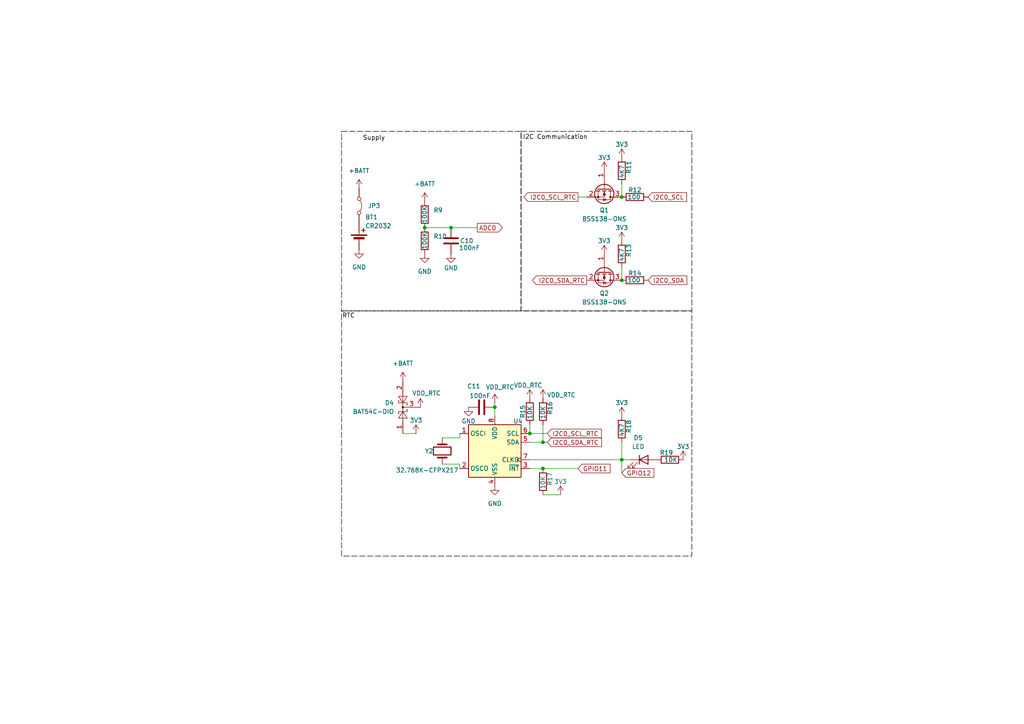
<source format=kicad_sch>
(kicad_sch (version 20250114) (generator "eeschema") (generator_version "9.0")
  (paper "A4")
  (title_block (title "RTC") (date "2025-10-26") (rev "1.0") (company "PKl"))
  (lib_symbols
    (symbol "Device:Battery_Cell" (pin_numbers (hide yes)) (pin_names (offset 0) (hide yes))
      (property "Reference" "BT" (at 2.54 2.54 0))
      (property "Value" "Battery_Cell" (at 2.54 0 0))
      (symbol "Battery_Cell_0_1"
        (rectangle (start -2.286 1.778) (end 2.286 1.524) (fill (type outline)))
        (rectangle (start -1.524 1.016) (end 1.524 0.508) (fill (type outline)))
        (polyline (pts (xy 0 1.778) (xy 0 2.54)))
        (polyline (pts (xy 0 0.762) (xy 0 0)))
        (polyline (pts (xy 0.762 3.048) (xy 1.778 3.048)) (stroke (width 0.254)))
        (polyline (pts (xy 1.27 3.556) (xy 1.27 2.54)) (stroke (width 0.254)))
      )
      (symbol "Battery_Cell_1_1"
        (pin passive line (at 0 5.08 270) (length 2.54) (name "+") (number "1"))
        (pin passive line (at 0 -2.54 90) (length 2.54) (name "-") (number "2"))
      )
    )
    (symbol "Device:C" (pin_numbers (hide yes)) (pin_names (offset 0.254))
      (property "Reference" "C" (at 0.635 2.54 0))
      (property "Value" "C" (at 0.635 -2.54 0))
      (symbol "C_0_1"
        (polyline (pts (xy -2.032 0.762) (xy 2.032 0.762)) (stroke (width 0.508)))
        (polyline (pts (xy -2.032 -0.762) (xy 2.032 -0.762)) (stroke (width 0.508)))
      )
      (symbol "C_1_1"
        (pin passive line (at 0 3.81 270) (length 2.794) (name "~") (number "1"))
        (pin passive line (at 0 -3.81 90) (length 2.794) (name "~") (number "2"))
      )
    )
    (symbol "Device:Crystal" (pin_numbers (hide yes)) (pin_names (offset 1.016) (hide yes))
      (property "Reference" "Y" (at 0 3.81 0))
      (property "Value" "Crystal" (at 0 -3.81 0))
      (symbol "Crystal_0_1"
        (polyline (pts (xy -2.54 0) (xy -1.905 0)))
        (polyline (pts (xy -1.905 -1.27) (xy -1.905 1.27)) (stroke (width 0.508)))
        (rectangle (start -1.143 2.54) (end 1.143 -2.54) (stroke (width 0.3048)))
        (polyline (pts (xy 1.905 -1.27) (xy 1.905 1.27)) (stroke (width 0.508)))
        (polyline (pts (xy 2.54 0) (xy 1.905 0)))
      )
      (symbol "Crystal_1_1"
        (pin passive line (at -3.81 0 0) (length 1.27) (name "1") (number "1"))
        (pin passive line (at 3.81 0 180) (length 1.27) (name "2") (number "2"))
      )
    )
    (symbol "Device:LED" (pin_numbers (hide yes)) (pin_names (offset 1.016) (hide yes))
      (property "Reference" "D" (at 0 2.54 0))
      (property "Value" "LED" (at 0 -2.54 0))
      (symbol "LED_0_1"
        (polyline (pts (xy -3.048 -0.762) (xy -4.572 -2.286) (xy -3.81 -2.286) (xy -4.572 -2.286) (xy -4.572 -1.524)))
        (polyline (pts (xy -1.778 -0.762) (xy -3.302 -2.286) (xy -2.54 -2.286) (xy -3.302 -2.286) (xy -3.302 -1.524)))
        (polyline (pts (xy -1.27 0) (xy 1.27 0)))
        (polyline (pts (xy -1.27 -1.27) (xy -1.27 1.27)) (stroke (width 0.254)))
        (polyline (pts (xy 1.27 -1.27) (xy 1.27 1.27) (xy -1.27 0) (xy 1.27 -1.27)) (stroke (width 0.254)))
      )
      (symbol "LED_1_1"
        (pin passive line (at -3.81 0 0) (length 2.54) (name "K") (number "1"))
        (pin passive line (at 3.81 0 180) (length 2.54) (name "A") (number "2"))
      )
    )
    (symbol "Device:R" (pin_numbers (hide yes)) (pin_names (offset 0))
      (property "Reference" "R" (at 2.032 0 90))
      (property "Value" "R" (at 0 0 90))
      (symbol "R_0_1"
        (rectangle (start -1.016 -2.54) (end 1.016 2.54) (stroke (width 0.254)))
      )
      (symbol "R_1_1"
        (pin passive line (at 0 3.81 270) (length 1.27) (name "~") (number "1"))
        (pin passive line (at 0 -3.81 90) (length 1.27) (name "~") (number "2"))
      )
    )
    (symbol "Diode:BAT54C" (pin_names (offset 1.016))
      (property "Reference" "D" (at 0.635 -3.81 0))
      (property "Value" "BAT54C" (at -6.35 3.175 0))
      (symbol "BAT54C_0_1"
        (polyline (pts (xy -3.175 -1.27) (xy -3.175 1.27) (xy -1.27 0) (xy -3.175 -1.27)))
        (polyline (pts (xy -1.905 1.27) (xy -1.905 1.016)))
        (polyline (pts (xy -1.905 0) (xy 1.905 0)))
        (polyline (pts (xy -1.27 1.27) (xy -1.905 1.27)))
        (polyline (pts (xy -1.27 1.27) (xy -1.27 -1.27)))
        (polyline (pts (xy -1.27 0) (xy -3.81 0)))
        (polyline (pts (xy -1.27 -1.27) (xy -0.635 -1.27)))
        (polyline (pts (xy -0.635 -1.27) (xy -0.635 -1.016)))
        (circle (center 0 0) (radius 0.254) (fill (type outline)))
        (polyline (pts (xy 0.635 -1.27) (xy 0.635 -1.016)))
        (polyline (pts (xy 1.27 1.27) (xy 1.27 -1.27)))
        (polyline (pts (xy 1.27 1.27) (xy 1.905 1.27)))
        (polyline (pts (xy 1.27 -1.27) (xy 0.635 -1.27)))
        (polyline (pts (xy 1.905 1.27) (xy 1.905 1.016)))
        (polyline (pts (xy 3.175 -1.27) (xy 3.175 1.27) (xy 1.27 0) (xy 3.175 -1.27)))
        (polyline (pts (xy 3.81 0) (xy 1.27 0)))
      )
      (symbol "BAT54C_1_1"
        (pin passive line (at -7.62 0 0) (length 3.81) (name "~") (number "1"))
        (pin passive line (at 0 -5.08 90) (length 5.08) (name "~") (number "3"))
        (pin passive line (at 7.62 0 180) (length 3.81) (name "~") (number "2"))
      )
    )
    (symbol "Jumper:Jumper_2_Bridged" (pin_numbers (hide yes)) (pin_names (offset 0) (hide yes))
      (property "Reference" "JP" (at 0 1.905 0))
      (property "Value" "Jumper_2_Bridged" (at 0 -2.54 0))
      (symbol "Jumper_2_Bridged_0_0"
        (circle (center -2.032 0) (radius 0.508))
        (circle (center 2.032 0) (radius 0.508))
      )
      (symbol "Jumper_2_Bridged_0_1"
        (arc (start -1.524 0.254) (mid 0 0.762) (end 1.524 0.254))
      )
      (symbol "Jumper_2_Bridged_1_1"
        (pin passive line (at -5.08 0 0) (length 2.54) (name "A") (number "1"))
        (pin passive line (at 5.08 0 180) (length 2.54) (name "B") (number "2"))
      )
    )
    (symbol "Timer_RTC:PCF8563T"
      (property "Reference" "U" (at -7.62 8.89 0))
      (property "Value" "PCF8563T" (at 2.54 8.89 0))
      (symbol "PCF8563T_0_1"
        (rectangle (start -7.62 7.62) (end 7.62 -7.62) (stroke (width 0.254)) (fill (type background)))
      )
      (symbol "PCF8563T_1_1"
        (pin input line (at -10.16 5.08 0) (length 2.54) (name "OSCI") (number "1"))
        (pin output line (at -10.16 -5.08 0) (length 2.54) (name "OSCO") (number "2"))
        (pin power_in line (at 0 10.16 270) (length 2.54) (name "VDD") (number "8"))
        (pin power_in line (at 0 -10.16 90) (length 2.54) (name "VSS") (number "4"))
        (pin input line (at 10.16 5.08 180) (length 2.54) (name "SCL") (number "6"))
        (pin bidirectional line (at 10.16 2.54 180) (length 2.54) (name "SDA") (number "5"))
        (pin output clock (at 10.16 -2.54 180) (length 2.54) (name "CLKO") (number "7"))
        (pin output line (at 10.16 -5.08 180) (length 2.54) (name "~{INT}") (number "3"))
      )
    )
    (symbol "Transistor_FET:BSS138" (pin_names (offset 0) (hide yes))
      (property "Reference" "Q" (at 5.08 1.905 0))
      (property "Value" "BSS138" (at 5.08 0 0))
      (symbol "BSS138_0_1"
        (polyline (pts (xy 0.254 1.905) (xy 0.254 -1.905)) (stroke (width 0.254)))
        (polyline (pts (xy 0.254 0) (xy -2.54 0)))
        (polyline (pts (xy 0.762 2.286) (xy 0.762 1.27)) (stroke (width 0.254)))
        (polyline (pts (xy 0.762 0.508) (xy 0.762 -0.508)) (stroke (width 0.254)))
        (polyline (pts (xy 0.762 -1.27) (xy 0.762 -2.286)) (stroke (width 0.254)))
        (polyline (pts (xy 0.762 -1.778) (xy 3.302 -1.778) (xy 3.302 1.778) (xy 0.762 1.778)))
        (polyline (pts (xy 1.016 0) (xy 2.032 0.381) (xy 2.032 -0.381) (xy 1.016 0)) (fill (type outline)))
        (circle (center 1.651 0) (radius 2.794) (stroke (width 0.254)))
        (polyline (pts (xy 2.54 2.54) (xy 2.54 1.778)))
        (circle (center 2.54 1.778) (radius 0.254) (fill (type outline)))
        (circle (center 2.54 -1.778) (radius 0.254) (fill (type outline)))
        (polyline (pts (xy 2.54 -2.54) (xy 2.54 0) (xy 0.762 0)))
        (polyline (pts (xy 2.921 0.381) (xy 3.683 0.381)))
        (polyline (pts (xy 3.302 0.381) (xy 2.921 -0.254) (xy 3.683 -0.254) (xy 3.302 0.381)))
      )
      (symbol "BSS138_1_1"
        (pin input line (at -5.08 0 0) (length 2.54) (name "G") (number "1"))
        (pin passive line (at 2.54 5.08 270) (length 2.54) (name "D") (number "3"))
        (pin passive line (at 2.54 -5.08 90) (length 2.54) (name "S") (number "2"))
      )
    )
    (symbol "power:+3.3V" (power) (pin_numbers (hide yes)) (pin_names (offset 0) (hide yes))
      (property "Value" "+3.3V" (at 0 3.556 0))
      (symbol "+3.3V_0_1"
        (polyline (pts (xy -0.762 1.27) (xy 0 2.54)))
        (polyline (pts (xy 0 2.54) (xy 0.762 1.27)))
        (polyline (pts (xy 0 0) (xy 0 2.54)))
      )
      (symbol "+3.3V_1_1"
        (pin power_in line (at 0 0 90) (length 0) (name "~") (number "1"))
      )
    )
    (symbol "power:+BATT" (power) (pin_numbers (hide yes)) (pin_names (offset 0) (hide yes))
      (property "Value" "+BATT" (at 0 3.556 0))
      (symbol "+BATT_0_1"
        (polyline (pts (xy -0.762 1.27) (xy 0 2.54)))
        (polyline (pts (xy 0 2.54) (xy 0.762 1.27)))
        (polyline (pts (xy 0 0) (xy 0 2.54)))
      )
      (symbol "+BATT_1_1"
        (pin power_in line (at 0 0 90) (length 0) (name "~") (number "1"))
      )
    )
    (symbol "power:GND" (power) (pin_numbers (hide yes)) (pin_names (offset 0) (hide yes))
      (property "Value" "GND" (at 0 -3.81 0))
      (symbol "GND_0_1"
        (polyline (pts (xy 0 0) (xy 0 -1.27) (xy 1.27 -1.27) (xy 0 -2.54) (xy -1.27 -1.27) (xy 0 -1.27)))
      )
      (symbol "GND_1_1"
        (pin power_in line (at 0 0 270) (length 0) (name "~") (number "1"))
      )
    )
  )
  (rectangle (start 151.13 38.1) (end 200.66 90.17) (stroke (width 0) (type dash) (color 0 0 0 1)))
  (rectangle (start 99.06 38.1) (end 151.13 90.17) (stroke (width 0) (type dash) (color 0 0 0 1)))
  (rectangle (start 99.06 90.17) (end 200.66 161.29) (stroke (width 0) (type dash) (color 0 0 0 1)))
  (text "I2C Communication" (at 161.036 39.878 0) (effects (font (size 1.27 1.27))))
  (text "Supply" (at 108.458 40.132 0) (effects (font (size 1.27 1.27))))
  (text "RTC" (at 101.092 91.694 0) (effects (font (size 1.27 1.27))))
  (junction (at 123.19 66.04))
  (junction (at 143.51 118.11))
  (junction (at 180.34 133.35))
  (junction (at 180.34 57.15))
  (junction (at 180.34 81.28))
  (junction (at 157.48 128.27))
  (junction (at 153.67 125.73))
  (junction (at 157.48 135.89))
  (junction (at 130.81 66.04))
  (wire (pts (xy 167.64 135.89) (xy 157.48 135.89)))
  (wire (pts (xy 116.84 125.73) (xy 120.65 125.73)))
  (wire (pts (xy 167.64 57.15) (xy 170.18 57.15)))
  (wire (pts (xy 153.67 125.73) (xy 158.75 125.73)))
  (wire (pts (xy 130.81 66.04) (xy 123.19 66.04)))
  (wire (pts (xy 157.48 123.19) (xy 157.48 128.27)))
  (wire (pts (xy 133.35 134.62) (xy 133.35 135.89)))
  (wire (pts (xy 153.67 123.19) (xy 153.67 125.73)))
  (wire (pts (xy 153.67 133.35) (xy 180.34 133.35)))
  (wire (pts (xy 157.48 128.27) (xy 158.75 128.27)))
  (wire (pts (xy 128.27 127) (xy 133.35 127)))
  (wire (pts (xy 180.34 137.16) (xy 180.34 133.35)))
  (wire (pts (xy 153.67 135.89) (xy 157.48 135.89)))
  (wire (pts (xy 130.81 66.04) (xy 138.43 66.04)))
  (wire (pts (xy 180.34 128.27) (xy 180.34 133.35)))
  (wire (pts (xy 180.34 53.34) (xy 180.34 57.15)))
  (wire (pts (xy 133.35 127) (xy 133.35 125.73)))
  (wire (pts (xy 157.48 143.51) (xy 162.56 143.51)))
  (wire (pts (xy 143.51 118.11) (xy 143.51 120.65)))
  (wire (pts (xy 128.27 134.62) (xy 133.35 134.62)))
  (wire (pts (xy 180.34 133.35) (xy 182.88 133.35)))
  (wire (pts (xy 153.67 128.27) (xy 157.48 128.27)))
  (wire (pts (xy 143.51 116.84) (xy 143.51 118.11)))
  (wire (pts (xy 180.34 77.47) (xy 180.34 81.28)))
  (global_label "I2C0_SDA_RTC" (shape output) (at 170.18 81.28 180) (property "Intersheetrefs" "${INTERSHEET_REFS}" (effects (hide yes))))
  (global_label "GPIO12" (shape input) (at 180.34 137.16 0) (property "Intersheetrefs" "${INTERSHEET_REFS}" (effects (hide yes))))
  (global_label "ADC0" (shape output) (at 138.43 66.04 0) (property "Intersheetrefs" "${INTERSHEET_REFS}" (effects (hide yes))))
  (global_label "I2C0_SCL" (shape input) (at 187.96 57.15 0) (property "Intersheetrefs" "${INTERSHEET_REFS}" (effects (hide yes))))
  (global_label "I2C0_SCL_RTC" (shape input) (at 158.75 125.73 0) (property "Intersheetrefs" "${INTERSHEET_REFS}" (effects (hide yes))))
  (global_label "GPIO11" (shape input) (at 167.64 135.89 0) (property "Intersheetrefs" "${INTERSHEET_REFS}" (effects (hide yes))))
  (global_label "I2C0_SCL_RTC" (shape output) (at 167.64 57.15 180) (property "Intersheetrefs" "${INTERSHEET_REFS}" (effects (hide yes))))
  (global_label "I2C0_SDA" (shape input) (at 187.96 81.28 0) (property "Intersheetrefs" "${INTERSHEET_REFS}" (effects (hide yes))))
  (global_label "I2C0_SDA_RTC" (shape input) (at 158.75 128.27 0) (property "Intersheetrefs" "${INTERSHEET_REFS}" (effects (hide yes))))
  (symbol (lib_id "power:GND") (at 135.89 118.11 0) (unit 1)
    (property "Reference" "#PWR024" (effects (hide yes)))
    (property "Value" "GND" (at 135.89 122.174 0))
    (property "Description" "Power symbol creates a global label with name \"GND\" , ground" (effects (hide yes)))
  )
  (symbol (lib_id "power:+BATT") (at 123.19 58.42 0) (unit 1)
    (property "Reference" "#+BATT01" (effects (hide yes)))
    (property "Value" "+BATT" (at 123.19 53.34 0))
    (property "Description" "Power symbol creates a global label with name \"+BATT\"" (effects (hide yes)))
  )
  (symbol (lib_id "Transistor_FET:BSS138") (at 175.26 78.74 270) (unit 1)
    (property "Reference" "Q2" (at 175.26 85.09 90))
    (property "Value" "BSS138-ONS" (at 175.26 87.63 90))
    (property "Footprint" "Package_TO_SOT_SMD:SOT-23" (effects (hide yes)))
    (property "Datasheet" "https://www.onsemi.com/pub/Collateral/BSS138-D.PDF" (effects (hide yes)))
    (property "Description" "50V Vds, 0.22A Id, N-Channel MOSFET, SOT-23" (effects (hide yes)))
  )
  (symbol (lib_id "Diode:BAT54C") (at 116.84 118.11 90) (unit 1)
    (property "Reference" "D4" (at 114.3 116.8399 90) (effects (justify left)))
    (property "Value" "BAT54C-DIO" (at 114.3 119.3799 90) (effects (justify left)))
    (property "Footprint" "Package_TO_SOT_SMD:SOT-23" (effects (hide yes)))
    (property "Datasheet" "http://www.diodes.com/_files/datasheets/ds11005.pdf" (effects (hide yes)))
    (property "Description" "dual schottky barrier diode, common cathode" (effects (hide yes)))
  )
  (symbol (lib_id "power:+3.3V") (at 162.56 143.51 0) (unit 1)
    (property "Reference" "#PWR023" (effects (hide yes)))
    (property "Value" "3V3" (at 162.56 139.7 0))
    (property "Description" "Power symbol creates a global label with name \"+3.3V\"" (effects (hide yes)))
  )
  (symbol (lib_id "power:+3.3V") (at 180.34 45.72 0) (unit 1)
    (property "Reference" "#PWR031" (effects (hide yes)))
    (property "Value" "3V3" (at 180.34 41.91 0))
    (property "Description" "Power symbol creates a global label with name \"+3.3V\"" (effects (hide yes)))
  )
  (symbol (lib_id "power:GND") (at 130.81 73.66 0) (unit 1)
    (property "Reference" "#PWR048" (effects (hide yes)))
    (property "Value" "GND" (at 130.81 77.724 0))
    (property "Description" "Power symbol creates a global label with name \"GND\" , ground" (effects (hide yes)))
  )
  (symbol (lib_id "Device:R") (at 180.34 73.66 0) (unit 1)
    (property "Reference" "R13" (at 182.372 72.644 90))
    (property "Value" "4K7" (at 180.34 73.914 90))
    (property "Footprint" "Resistor_SMD:R_0805_2012Metric" (effects (hide yes)))
    (property "Description" "Resistor" (effects (hide yes)))
  )
  (symbol (lib_id "Device:R") (at 157.48 139.7 0) (unit 1)
    (property "Reference" "R17" (at 159.512 138.938 90))
    (property "Value" "10K" (at 157.48 139.954 90))
    (property "Footprint" "Resistor_SMD:R_0805_2012Metric" (effects (hide yes)))
    (property "Description" "Resistor" (effects (hide yes)))
  )
  (symbol (lib_id "power:+3.3V") (at 175.26 73.66 0) (unit 1)
    (property "Reference" "#PWR026" (effects (hide yes)))
    (property "Value" "3V3" (at 175.26 69.85 0))
    (property "Description" "Power symbol creates a global label with name \"+3.3V\"" (effects (hide yes)))
  )
  (symbol (lib_id "Timer_RTC:PCF8563T") (at 143.51 130.81 0) (unit 1)
    (property "Reference" "U4" (at 148.844 122.174 0) (effects (justify left)))
    (property "Value" "PCF8563T" (effects (hide yes)))
    (property "Footprint" "Package_SO:SOIC-8_3.9x4.9mm_P1.27mm" (effects (hide yes)))
    (property "Datasheet" "https://www.nxp.com/docs/en/data-sheet/PCF8563.pdf" (effects (hide yes)))
    (property "Description" "Realtime Clock/Calendar I2C Interface, SOIC-8" (effects (hide yes)))
  )
  (symbol (lib_id "Device:R") (at 180.34 124.46 0) (unit 1)
    (property "Reference" "R18" (at 182.372 123.698 90))
    (property "Value" "4K7" (at 180.34 124.714 90))
    (property "Footprint" "Resistor_SMD:R_0805_2012Metric" (effects (hide yes)))
    (property "Description" "Resistor" (effects (hide yes)))
  )
  (symbol (lib_id "power:GND") (at 123.19 73.66 0) (unit 1)
    (property "Reference" "#PWR028" (effects (hide yes)))
    (property "Value" "GND" (at 123.19 78.74 0))
    (property "Description" "Power symbol creates a global label with name \"GND\" , ground" (effects (hide yes)))
  )
  (symbol (lib_id "Device:Crystal") (at 128.27 130.81 90) (unit 1)
    (property "Reference" "Y2" (at 123.19 130.81 90) (effects (justify right)))
    (property "Value" "32.768K-CFPX217" (at 114.808 136.398 90) (effects (justify right)))
    (property "Footprint" "Crystal:Crystal_SMD_3215-2Pin_3.2x1.5mm" (effects (hide yes)))
    (property "Description" "Two pin crystal" (effects (hide yes)))
  )
  (symbol (lib_id "Device:R") (at 194.31 133.35 90) (unit 1)
    (property "Reference" "R19" (at 193.294 131.318 90))
    (property "Value" "10K" (at 194.564 133.35 90))
    (property "Footprint" "Resistor_SMD:R_0805_2012Metric" (effects (hide yes)))
    (property "Description" "Resistor" (effects (hide yes)))
  )
  (symbol (lib_id "Device:Battery_Cell") (at 104.14 69.85 0) (unit 1)
    (property "Reference" "BT1" (at 105.918 62.992 0) (effects (justify left)))
    (property "Value" "CR2032" (at 105.918 65.532 0) (effects (justify left)))
    (property "Footprint" "Battery:BatteryHolder_Keystone_104_1x23mm" (effects (hide yes)))
    (property "Description" "Single-cell battery" (effects (hide yes)))
  )
  (symbol (lib_id "Device:R") (at 184.15 57.15 270) (unit 1)
    (property "Reference" "R12" (at 184.15 55.118 90))
    (property "Value" "100" (at 183.896 57.15 90))
    (property "Footprint" "Resistor_SMD:R_0805_2012Metric" (effects (hide yes)))
    (property "Description" "Resistor" (effects (hide yes)))
  )
  (symbol (lib_id "power:+BATT") (at 116.84 110.49 0) (unit 1)
    (property "Reference" "#+BATT02" (effects (hide yes)))
    (property "Value" "+BATT" (at 116.84 105.41 0))
    (property "Description" "Power symbol creates a global label with name \"+BATT\"" (effects (hide yes)))
  )
  (symbol (lib_id "power:+3.3V") (at 157.48 115.57 0) (unit 1)
    (property "Reference" "#PWR020" (effects (hide yes)))
    (property "Value" "VDD_RTC" (at 162.814 114.554 0))
    (property "Description" "Power symbol creates a global label with name \"+3.3V\"" (effects (hide yes)))
  )
  (symbol (lib_id "power:+3.3V") (at 121.92 118.11 0) (unit 1)
    (property "Reference" "#PWR029" (effects (hide yes)))
    (property "Value" "VDD_RTC" (at 123.698 114.046 0))
    (property "Description" "Power symbol creates a global label with name \"+3.3V\"" (effects (hide yes)))
  )
  (symbol (lib_id "Device:R") (at 123.19 62.23 0) (unit 1)
    (property "Reference" "R9" (at 125.73 60.9599 0) (effects (justify left)))
    (property "Value" "100K" (at 123.19 64.77 90) (effects (justify left)))
    (property "Footprint" "Resistor_SMD:R_0805_2012Metric" (effects (hide yes)))
    (property "Description" "Resistor" (effects (hide yes)))
  )
  (symbol (lib_id "Device:R") (at 123.19 69.85 0) (unit 1)
    (property "Reference" "R10" (at 125.73 68.5799 0) (effects (justify left)))
    (property "Value" "100K" (at 123.19 72.39 90) (effects (justify left)))
    (property "Footprint" "Resistor_SMD:R_0805_2012Metric" (effects (hide yes)))
    (property "Description" "Resistor" (effects (hide yes)))
  )
  (symbol (lib_id "Jumper:Jumper_2_Bridged") (at 104.14 59.69 270) (unit 1)
    (property "Reference" "JP3" (at 106.68 59.6899 90) (effects (justify left)))
    (property "Value" "Jumper_2_Bridged" (effects (hide yes)))
    (property "Footprint" "Connector_PinHeader_2.54mm:PinHeader_1x02_P2.54mm_Vertical" (effects (hide yes)))
    (property "Description" "Jumper, 2-pole, closed/bridged" (effects (hide yes)))
  )
  (symbol (lib_id "power:+BATT") (at 104.14 54.61 0) (unit 1)
    (property "Reference" "#+BATT03" (effects (hide yes)))
    (property "Value" "+BATT" (at 104.14 49.53 0))
    (property "Description" "Power symbol creates a global label with name \"+BATT\"" (effects (hide yes)))
  )
  (symbol (lib_id "power:+3.3V") (at 120.65 125.73 0) (unit 1)
    (property "Reference" "#PWR018" (effects (hide yes)))
    (property "Value" "3V3" (at 120.65 121.92 0))
    (property "Description" "Power symbol creates a global label with name \"+3.3V\"" (effects (hide yes)))
  )
  (symbol (lib_id "power:+3.3V") (at 143.51 116.84 0) (unit 1)
    (property "Reference" "#PWR027" (effects (hide yes)))
    (property "Value" "VDD_RTC" (at 145.034 112.268 0))
    (property "Description" "Power symbol creates a global label with name \"+3.3V\"" (effects (hide yes)))
  )
  (symbol (lib_id "Device:R") (at 184.15 81.28 270) (unit 1)
    (property "Reference" "R14" (at 184.15 79.248 90))
    (property "Value" "100" (at 183.896 81.28 90))
    (property "Footprint" "Resistor_SMD:R_0805_2012Metric" (effects (hide yes)))
    (property "Description" "Resistor" (effects (hide yes)))
  )
  (symbol (lib_id "power:+3.3V") (at 180.34 69.85 0) (unit 1)
    (property "Reference" "#PWR032" (effects (hide yes)))
    (property "Value" "3V3" (at 180.34 66.04 0))
    (property "Description" "Power symbol creates a global label with name \"+3.3V\"" (effects (hide yes)))
  )
  (symbol (lib_id "Device:R") (at 153.67 119.38 0) (unit 1)
    (property "Reference" "R15" (at 151.638 119.38 90))
    (property "Value" "10K" (at 153.67 119.634 90))
    (property "Footprint" "Resistor_SMD:R_0805_2012Metric" (effects (hide yes)))
    (property "Description" "Resistor" (effects (hide yes)))
  )
  (symbol (lib_id "power:GND") (at 143.51 140.97 0) (unit 1)
    (property "Reference" "#PWR025" (effects (hide yes)))
    (property "Value" "GND" (at 143.51 146.05 0))
    (property "Description" "Power symbol creates a global label with name \"GND\" , ground" (effects (hide yes)))
  )
  (symbol (lib_id "Device:C") (at 130.81 69.85 0) (unit 1)
    (property "Reference" "C10" (at 135.382 69.85 0))
    (property "Value" "100nF" (at 136.144 71.882 0))
    (property "Footprint" "Capacitor_SMD:C_0805_2012Metric" (effects (hide yes)))
    (property "Description" "Unpolarized capacitor" (effects (hide yes)))
  )
  (symbol (lib_id "power:+3.3V") (at 175.26 49.53 0) (unit 1)
    (property "Reference" "#PWR030" (effects (hide yes)))
    (property "Value" "3V3" (at 175.26 45.72 0))
    (property "Description" "Power symbol creates a global label with name \"+3.3V\"" (effects (hide yes)))
  )
  (symbol (lib_id "power:+3.3V") (at 153.67 115.57 0) (unit 1)
    (property "Reference" "#PWR019" (effects (hide yes)))
    (property "Value" "VDD_RTC" (at 153.162 111.76 0))
    (property "Description" "Power symbol creates a global label with name \"+3.3V\"" (effects (hide yes)))
  )
  (symbol (lib_id "Device:LED") (at 186.69 133.35 0) (unit 1)
    (property "Reference" "D5" (at 185.1025 127 0))
    (property "Value" "LED" (at 185.1025 129.54 0))
    (property "Footprint" "LED_SMD:LED_0805_2012Metric" (effects (hide yes)))
    (property "Description" "Light emitting diode" (effects (hide yes)))
    (property "Sim.Pins" "1=K 2=A" (effects (hide yes)))
  )
  (symbol (lib_id "power:GND") (at 104.14 72.39 0) (unit 1)
    (property "Reference" "#PWR035" (effects (hide yes)))
    (property "Value" "GND" (at 104.14 77.47 0))
    (property "Description" "Power symbol creates a global label with name \"GND\" , ground" (effects (hide yes)))
  )
  (symbol (lib_id "power:+3.3V") (at 198.12 133.35 0) (unit 1)
    (property "Reference" "#PWR021" (effects (hide yes)))
    (property "Value" "3V3" (at 198.12 129.54 0))
    (property "Description" "Power symbol creates a global label with name \"+3.3V\"" (effects (hide yes)))
  )
  (symbol (lib_id "power:+3.3V") (at 180.34 120.65 0) (unit 1)
    (property "Reference" "#PWR022" (effects (hide yes)))
    (property "Value" "3V3" (at 180.34 116.84 0))
    (property "Description" "Power symbol creates a global label with name \"+3.3V\"" (effects (hide yes)))
  )
  (symbol (lib_id "Device:C") (at 139.7 118.11 270) (unit 1)
    (property "Reference" "C11" (at 137.414 112.014 90))
    (property "Value" "100nF" (at 139.192 114.808 90))
    (property "Footprint" "Capacitor_SMD:C_0805_2012Metric" (effects (hide yes)))
    (property "Description" "Unpolarized capacitor" (effects (hide yes)))
  )
  (symbol (lib_id "Device:R") (at 180.34 49.53 0) (unit 1)
    (property "Reference" "R11" (at 182.372 48.514 90))
    (property "Value" "4K7" (at 180.34 49.784 90))
    (property "Footprint" "Resistor_SMD:R_0805_2012Metric" (effects (hide yes)))
    (property "Description" "Resistor" (effects (hide yes)))
  )
  (symbol (lib_id "Transistor_FET:BSS138") (at 175.26 54.61 270) (unit 1)
    (property "Reference" "Q1" (at 175.26 60.96 90))
    (property "Value" "BSS138-ONS" (at 175.26 63.5 90))
    (property "Footprint" "Package_TO_SOT_SMD:SOT-23" (effects (hide yes)))
    (property "Datasheet" "https://www.onsemi.com/pub/Collateral/BSS138-D.PDF" (effects (hide yes)))
    (property "Description" "50V Vds, 0.22A Id, N-Channel MOSFET, SOT-23" (effects (hide yes)))
  )
  (symbol (lib_id "Device:R") (at 157.48 119.38 0) (unit 1)
    (property "Reference" "R16" (at 159.512 118.364 90))
    (property "Value" "10K" (at 157.48 119.634 90))
    (property "Footprint" "Resistor_SMD:R_0805_2012Metric" (effects (hide yes)))
    (property "Description" "Resistor" (effects (hide yes)))
  )
)
</source>
